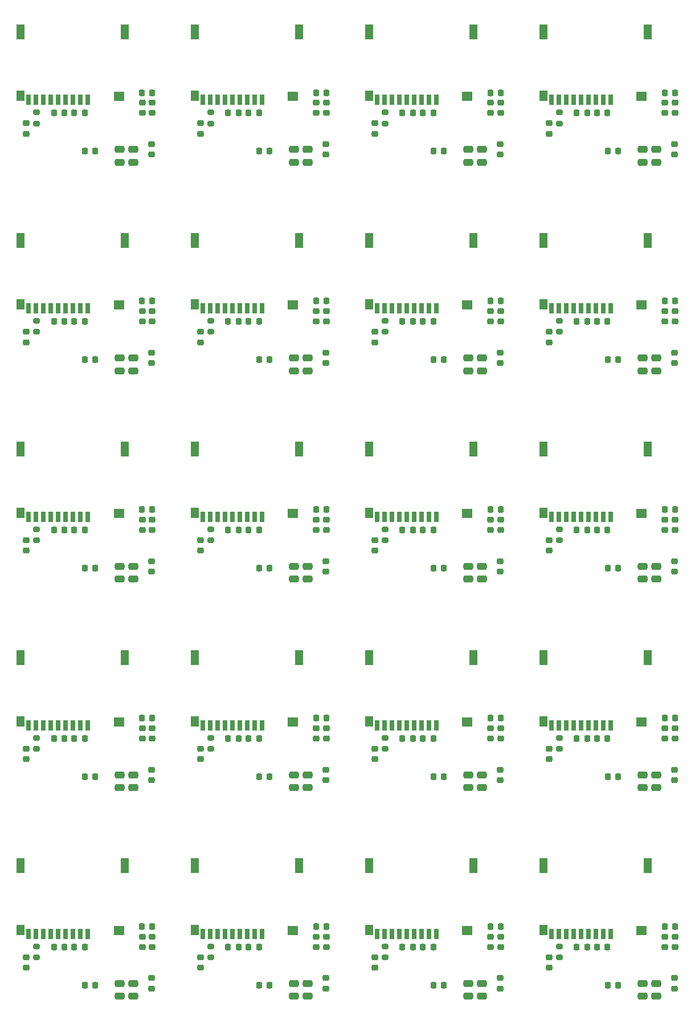
<source format=gbp>
%TF.GenerationSoftware,KiCad,Pcbnew,8.0.8*%
%TF.CreationDate,2025-02-19T11:23:30-07:00*%
%TF.ProjectId,SparkFun_Audio_Player_Breakout_MY1690X-16S_panelized,53706172-6b46-4756-9e5f-417564696f5f,v10*%
%TF.SameCoordinates,Original*%
%TF.FileFunction,Paste,Bot*%
%TF.FilePolarity,Positive*%
%FSLAX46Y46*%
G04 Gerber Fmt 4.6, Leading zero omitted, Abs format (unit mm)*
G04 Created by KiCad (PCBNEW 8.0.8) date 2025-02-19 11:23:30*
%MOMM*%
%LPD*%
G01*
G04 APERTURE LIST*
G04 Aperture macros list*
%AMRoundRect*
0 Rectangle with rounded corners*
0 $1 Rounding radius*
0 $2 $3 $4 $5 $6 $7 $8 $9 X,Y pos of 4 corners*
0 Add a 4 corners polygon primitive as box body*
4,1,4,$2,$3,$4,$5,$6,$7,$8,$9,$2,$3,0*
0 Add four circle primitives for the rounded corners*
1,1,$1+$1,$2,$3*
1,1,$1+$1,$4,$5*
1,1,$1+$1,$6,$7*
1,1,$1+$1,$8,$9*
0 Add four rect primitives between the rounded corners*
20,1,$1+$1,$2,$3,$4,$5,0*
20,1,$1+$1,$4,$5,$6,$7,0*
20,1,$1+$1,$6,$7,$8,$9,0*
20,1,$1+$1,$8,$9,$2,$3,0*%
G04 Aperture macros list end*
%ADD10RoundRect,0.225000X-0.225000X-0.250000X0.225000X-0.250000X0.225000X0.250000X-0.225000X0.250000X0*%
%ADD11RoundRect,0.225000X0.225000X0.250000X-0.225000X0.250000X-0.225000X-0.250000X0.225000X-0.250000X0*%
%ADD12RoundRect,0.200000X-0.275000X0.200000X-0.275000X-0.200000X0.275000X-0.200000X0.275000X0.200000X0*%
%ADD13R,0.700000X1.600000*%
%ADD14R,1.200000X1.600000*%
%ADD15R,1.200000X2.200000*%
%ADD16R,1.600000X1.400000*%
%ADD17RoundRect,0.225000X-0.250000X0.225000X-0.250000X-0.225000X0.250000X-0.225000X0.250000X0.225000X0*%
%ADD18RoundRect,0.250000X0.475000X-0.250000X0.475000X0.250000X-0.475000X0.250000X-0.475000X-0.250000X0*%
%ADD19RoundRect,0.225000X0.250000X-0.225000X0.250000X0.225000X-0.250000X0.225000X-0.250000X-0.225000X0*%
G04 APERTURE END LIST*
D10*
%TO.C,C2*%
X90637000Y132521000D03*
X92187000Y132521000D03*
%TD*%
%TO.C,C2*%
X90637000Y101541000D03*
X92187000Y101541000D03*
%TD*%
%TO.C,C2*%
X90637000Y70561000D03*
X92187000Y70561000D03*
%TD*%
%TO.C,C2*%
X90637000Y39581000D03*
X92187000Y39581000D03*
%TD*%
%TO.C,C2*%
X90637000Y8601000D03*
X92187000Y8601000D03*
%TD*%
%TO.C,C2*%
X64737000Y132521000D03*
X66287000Y132521000D03*
%TD*%
%TO.C,C2*%
X64737000Y101541000D03*
X66287000Y101541000D03*
%TD*%
%TO.C,C2*%
X64737000Y70561000D03*
X66287000Y70561000D03*
%TD*%
%TO.C,C2*%
X64737000Y39581000D03*
X66287000Y39581000D03*
%TD*%
%TO.C,C2*%
X64737000Y8601000D03*
X66287000Y8601000D03*
%TD*%
%TO.C,C2*%
X38837000Y132521000D03*
X40387000Y132521000D03*
%TD*%
%TO.C,C2*%
X38837000Y101541000D03*
X40387000Y101541000D03*
%TD*%
%TO.C,C2*%
X38837000Y70561000D03*
X40387000Y70561000D03*
%TD*%
%TO.C,C2*%
X38837000Y39581000D03*
X40387000Y39581000D03*
%TD*%
%TO.C,C2*%
X38837000Y8601000D03*
X40387000Y8601000D03*
%TD*%
%TO.C,C2*%
X12937000Y132521000D03*
X14487000Y132521000D03*
%TD*%
%TO.C,C2*%
X12937000Y101541000D03*
X14487000Y101541000D03*
%TD*%
%TO.C,C2*%
X12937000Y70561000D03*
X14487000Y70561000D03*
%TD*%
%TO.C,C2*%
X12937000Y39581000D03*
X14487000Y39581000D03*
%TD*%
D11*
%TO.C,C3*%
X89148000Y132547000D03*
X87598000Y132547000D03*
%TD*%
%TO.C,C3*%
X89148000Y101567000D03*
X87598000Y101567000D03*
%TD*%
%TO.C,C3*%
X89148000Y70587000D03*
X87598000Y70587000D03*
%TD*%
%TO.C,C3*%
X89148000Y39607000D03*
X87598000Y39607000D03*
%TD*%
%TO.C,C3*%
X89148000Y8627000D03*
X87598000Y8627000D03*
%TD*%
%TO.C,C3*%
X63248000Y132547000D03*
X61698000Y132547000D03*
%TD*%
%TO.C,C3*%
X63248000Y101567000D03*
X61698000Y101567000D03*
%TD*%
%TO.C,C3*%
X63248000Y70587000D03*
X61698000Y70587000D03*
%TD*%
%TO.C,C3*%
X63248000Y39607000D03*
X61698000Y39607000D03*
%TD*%
%TO.C,C3*%
X63248000Y8627000D03*
X61698000Y8627000D03*
%TD*%
%TO.C,C3*%
X37348000Y132547000D03*
X35798000Y132547000D03*
%TD*%
%TO.C,C3*%
X37348000Y101567000D03*
X35798000Y101567000D03*
%TD*%
%TO.C,C3*%
X37348000Y70587000D03*
X35798000Y70587000D03*
%TD*%
%TO.C,C3*%
X37348000Y39607000D03*
X35798000Y39607000D03*
%TD*%
%TO.C,C3*%
X37348000Y8627000D03*
X35798000Y8627000D03*
%TD*%
%TO.C,C3*%
X11448000Y132547000D03*
X9898000Y132547000D03*
%TD*%
%TO.C,C3*%
X11448000Y101567000D03*
X9898000Y101567000D03*
%TD*%
%TO.C,C3*%
X11448000Y70587000D03*
X9898000Y70587000D03*
%TD*%
%TO.C,C3*%
X11448000Y39607000D03*
X9898000Y39607000D03*
%TD*%
%TO.C,C1*%
X93750000Y126850000D03*
X92200000Y126850000D03*
%TD*%
%TO.C,C1*%
X93750000Y95870000D03*
X92200000Y95870000D03*
%TD*%
%TO.C,C1*%
X93750000Y64890000D03*
X92200000Y64890000D03*
%TD*%
%TO.C,C1*%
X93750000Y33910000D03*
X92200000Y33910000D03*
%TD*%
%TO.C,C1*%
X93750000Y2930000D03*
X92200000Y2930000D03*
%TD*%
%TO.C,C1*%
X67850000Y126850000D03*
X66300000Y126850000D03*
%TD*%
%TO.C,C1*%
X67850000Y95870000D03*
X66300000Y95870000D03*
%TD*%
%TO.C,C1*%
X67850000Y64890000D03*
X66300000Y64890000D03*
%TD*%
%TO.C,C1*%
X67850000Y33910000D03*
X66300000Y33910000D03*
%TD*%
%TO.C,C1*%
X67850000Y2930000D03*
X66300000Y2930000D03*
%TD*%
%TO.C,C1*%
X41950000Y126850000D03*
X40400000Y126850000D03*
%TD*%
%TO.C,C1*%
X41950000Y95870000D03*
X40400000Y95870000D03*
%TD*%
%TO.C,C1*%
X41950000Y64890000D03*
X40400000Y64890000D03*
%TD*%
%TO.C,C1*%
X41950000Y33910000D03*
X40400000Y33910000D03*
%TD*%
%TO.C,C1*%
X41950000Y2930000D03*
X40400000Y2930000D03*
%TD*%
%TO.C,C1*%
X16050000Y126850000D03*
X14500000Y126850000D03*
%TD*%
%TO.C,C1*%
X16050000Y95870000D03*
X14500000Y95870000D03*
%TD*%
%TO.C,C1*%
X16050000Y64890000D03*
X14500000Y64890000D03*
%TD*%
%TO.C,C1*%
X16050000Y33910000D03*
X14500000Y33910000D03*
%TD*%
D12*
%TO.C,R6*%
X84998000Y132639000D03*
X84998000Y130989000D03*
%TD*%
%TO.C,R6*%
X84998000Y101659000D03*
X84998000Y100009000D03*
%TD*%
%TO.C,R6*%
X84998000Y70679000D03*
X84998000Y69029000D03*
%TD*%
%TO.C,R6*%
X84998000Y39699000D03*
X84998000Y38049000D03*
%TD*%
%TO.C,R6*%
X84998000Y8719000D03*
X84998000Y7069000D03*
%TD*%
%TO.C,R6*%
X59098000Y132639000D03*
X59098000Y130989000D03*
%TD*%
%TO.C,R6*%
X59098000Y101659000D03*
X59098000Y100009000D03*
%TD*%
%TO.C,R6*%
X59098000Y70679000D03*
X59098000Y69029000D03*
%TD*%
%TO.C,R6*%
X59098000Y39699000D03*
X59098000Y38049000D03*
%TD*%
%TO.C,R6*%
X59098000Y8719000D03*
X59098000Y7069000D03*
%TD*%
%TO.C,R6*%
X33198000Y132639000D03*
X33198000Y130989000D03*
%TD*%
%TO.C,R6*%
X33198000Y101659000D03*
X33198000Y100009000D03*
%TD*%
%TO.C,R6*%
X33198000Y70679000D03*
X33198000Y69029000D03*
%TD*%
%TO.C,R6*%
X33198000Y39699000D03*
X33198000Y38049000D03*
%TD*%
%TO.C,R6*%
X33198000Y8719000D03*
X33198000Y7069000D03*
%TD*%
%TO.C,R6*%
X7298000Y132639000D03*
X7298000Y130989000D03*
%TD*%
%TO.C,R6*%
X7298000Y101659000D03*
X7298000Y100009000D03*
%TD*%
%TO.C,R6*%
X7298000Y70679000D03*
X7298000Y69029000D03*
%TD*%
%TO.C,R6*%
X7298000Y39699000D03*
X7298000Y38049000D03*
%TD*%
D13*
%TO.C,J6*%
X92650000Y134502000D03*
X91550000Y134502000D03*
X90450000Y134502000D03*
X89350000Y134502000D03*
X88250000Y134502000D03*
X87150000Y134502000D03*
X86050000Y134502000D03*
X84950000Y134502000D03*
X83850000Y134502000D03*
D14*
X82650000Y135102000D03*
D15*
X82650000Y144602000D03*
X98150000Y144602000D03*
D16*
X97250000Y135002000D03*
%TD*%
D13*
%TO.C,J6*%
X92650000Y103522000D03*
X91550000Y103522000D03*
X90450000Y103522000D03*
X89350000Y103522000D03*
X88250000Y103522000D03*
X87150000Y103522000D03*
X86050000Y103522000D03*
X84950000Y103522000D03*
X83850000Y103522000D03*
D14*
X82650000Y104122000D03*
D15*
X82650000Y113622000D03*
X98150000Y113622000D03*
D16*
X97250000Y104022000D03*
%TD*%
D13*
%TO.C,J6*%
X92650000Y72542000D03*
X91550000Y72542000D03*
X90450000Y72542000D03*
X89350000Y72542000D03*
X88250000Y72542000D03*
X87150000Y72542000D03*
X86050000Y72542000D03*
X84950000Y72542000D03*
X83850000Y72542000D03*
D14*
X82650000Y73142000D03*
D15*
X82650000Y82642000D03*
X98150000Y82642000D03*
D16*
X97250000Y73042000D03*
%TD*%
D13*
%TO.C,J6*%
X92650000Y41562000D03*
X91550000Y41562000D03*
X90450000Y41562000D03*
X89350000Y41562000D03*
X88250000Y41562000D03*
X87150000Y41562000D03*
X86050000Y41562000D03*
X84950000Y41562000D03*
X83850000Y41562000D03*
D14*
X82650000Y42162000D03*
D15*
X82650000Y51662000D03*
X98150000Y51662000D03*
D16*
X97250000Y42062000D03*
%TD*%
D13*
%TO.C,J6*%
X92650000Y10582000D03*
X91550000Y10582000D03*
X90450000Y10582000D03*
X89350000Y10582000D03*
X88250000Y10582000D03*
X87150000Y10582000D03*
X86050000Y10582000D03*
X84950000Y10582000D03*
X83850000Y10582000D03*
D14*
X82650000Y11182000D03*
D15*
X82650000Y20682000D03*
X98150000Y20682000D03*
D16*
X97250000Y11082000D03*
%TD*%
D13*
%TO.C,J6*%
X66750000Y134502000D03*
X65650000Y134502000D03*
X64550000Y134502000D03*
X63450000Y134502000D03*
X62350000Y134502000D03*
X61250000Y134502000D03*
X60150000Y134502000D03*
X59050000Y134502000D03*
X57950000Y134502000D03*
D14*
X56750000Y135102000D03*
D15*
X56750000Y144602000D03*
X72250000Y144602000D03*
D16*
X71350000Y135002000D03*
%TD*%
D13*
%TO.C,J6*%
X66750000Y103522000D03*
X65650000Y103522000D03*
X64550000Y103522000D03*
X63450000Y103522000D03*
X62350000Y103522000D03*
X61250000Y103522000D03*
X60150000Y103522000D03*
X59050000Y103522000D03*
X57950000Y103522000D03*
D14*
X56750000Y104122000D03*
D15*
X56750000Y113622000D03*
X72250000Y113622000D03*
D16*
X71350000Y104022000D03*
%TD*%
D13*
%TO.C,J6*%
X66750000Y72542000D03*
X65650000Y72542000D03*
X64550000Y72542000D03*
X63450000Y72542000D03*
X62350000Y72542000D03*
X61250000Y72542000D03*
X60150000Y72542000D03*
X59050000Y72542000D03*
X57950000Y72542000D03*
D14*
X56750000Y73142000D03*
D15*
X56750000Y82642000D03*
X72250000Y82642000D03*
D16*
X71350000Y73042000D03*
%TD*%
D13*
%TO.C,J6*%
X66750000Y41562000D03*
X65650000Y41562000D03*
X64550000Y41562000D03*
X63450000Y41562000D03*
X62350000Y41562000D03*
X61250000Y41562000D03*
X60150000Y41562000D03*
X59050000Y41562000D03*
X57950000Y41562000D03*
D14*
X56750000Y42162000D03*
D15*
X56750000Y51662000D03*
X72250000Y51662000D03*
D16*
X71350000Y42062000D03*
%TD*%
D13*
%TO.C,J6*%
X66750000Y10582000D03*
X65650000Y10582000D03*
X64550000Y10582000D03*
X63450000Y10582000D03*
X62350000Y10582000D03*
X61250000Y10582000D03*
X60150000Y10582000D03*
X59050000Y10582000D03*
X57950000Y10582000D03*
D14*
X56750000Y11182000D03*
D15*
X56750000Y20682000D03*
X72250000Y20682000D03*
D16*
X71350000Y11082000D03*
%TD*%
D13*
%TO.C,J6*%
X40850000Y134502000D03*
X39750000Y134502000D03*
X38650000Y134502000D03*
X37550000Y134502000D03*
X36450000Y134502000D03*
X35350000Y134502000D03*
X34250000Y134502000D03*
X33150000Y134502000D03*
X32050000Y134502000D03*
D14*
X30850000Y135102000D03*
D15*
X30850000Y144602000D03*
X46350000Y144602000D03*
D16*
X45450000Y135002000D03*
%TD*%
D13*
%TO.C,J6*%
X40850000Y103522000D03*
X39750000Y103522000D03*
X38650000Y103522000D03*
X37550000Y103522000D03*
X36450000Y103522000D03*
X35350000Y103522000D03*
X34250000Y103522000D03*
X33150000Y103522000D03*
X32050000Y103522000D03*
D14*
X30850000Y104122000D03*
D15*
X30850000Y113622000D03*
X46350000Y113622000D03*
D16*
X45450000Y104022000D03*
%TD*%
D13*
%TO.C,J6*%
X40850000Y72542000D03*
X39750000Y72542000D03*
X38650000Y72542000D03*
X37550000Y72542000D03*
X36450000Y72542000D03*
X35350000Y72542000D03*
X34250000Y72542000D03*
X33150000Y72542000D03*
X32050000Y72542000D03*
D14*
X30850000Y73142000D03*
D15*
X30850000Y82642000D03*
X46350000Y82642000D03*
D16*
X45450000Y73042000D03*
%TD*%
D13*
%TO.C,J6*%
X40850000Y41562000D03*
X39750000Y41562000D03*
X38650000Y41562000D03*
X37550000Y41562000D03*
X36450000Y41562000D03*
X35350000Y41562000D03*
X34250000Y41562000D03*
X33150000Y41562000D03*
X32050000Y41562000D03*
D14*
X30850000Y42162000D03*
D15*
X30850000Y51662000D03*
X46350000Y51662000D03*
D16*
X45450000Y42062000D03*
%TD*%
D13*
%TO.C,J6*%
X40850000Y10582000D03*
X39750000Y10582000D03*
X38650000Y10582000D03*
X37550000Y10582000D03*
X36450000Y10582000D03*
X35350000Y10582000D03*
X34250000Y10582000D03*
X33150000Y10582000D03*
X32050000Y10582000D03*
D14*
X30850000Y11182000D03*
D15*
X30850000Y20682000D03*
X46350000Y20682000D03*
D16*
X45450000Y11082000D03*
%TD*%
D13*
%TO.C,J6*%
X14950000Y134502000D03*
X13850000Y134502000D03*
X12750000Y134502000D03*
X11650000Y134502000D03*
X10550000Y134502000D03*
X9450000Y134502000D03*
X8350000Y134502000D03*
X7250000Y134502000D03*
X6150000Y134502000D03*
D14*
X4950000Y135102000D03*
D15*
X4950000Y144602000D03*
X20450000Y144602000D03*
D16*
X19550000Y135002000D03*
%TD*%
D13*
%TO.C,J6*%
X14950000Y103522000D03*
X13850000Y103522000D03*
X12750000Y103522000D03*
X11650000Y103522000D03*
X10550000Y103522000D03*
X9450000Y103522000D03*
X8350000Y103522000D03*
X7250000Y103522000D03*
X6150000Y103522000D03*
D14*
X4950000Y104122000D03*
D15*
X4950000Y113622000D03*
X20450000Y113622000D03*
D16*
X19550000Y104022000D03*
%TD*%
D13*
%TO.C,J6*%
X14950000Y72542000D03*
X13850000Y72542000D03*
X12750000Y72542000D03*
X11650000Y72542000D03*
X10550000Y72542000D03*
X9450000Y72542000D03*
X8350000Y72542000D03*
X7250000Y72542000D03*
X6150000Y72542000D03*
D14*
X4950000Y73142000D03*
D15*
X4950000Y82642000D03*
X20450000Y82642000D03*
D16*
X19550000Y73042000D03*
%TD*%
D13*
%TO.C,J6*%
X14950000Y41562000D03*
X13850000Y41562000D03*
X12750000Y41562000D03*
X11650000Y41562000D03*
X10550000Y41562000D03*
X9450000Y41562000D03*
X8350000Y41562000D03*
X7250000Y41562000D03*
X6150000Y41562000D03*
D14*
X4950000Y42162000D03*
D15*
X4950000Y51662000D03*
X20450000Y51662000D03*
D16*
X19550000Y42062000D03*
%TD*%
D17*
%TO.C,C6*%
X102144000Y127924000D03*
X102144000Y126374000D03*
%TD*%
%TO.C,C6*%
X102144000Y96944000D03*
X102144000Y95394000D03*
%TD*%
%TO.C,C6*%
X102144000Y65964000D03*
X102144000Y64414000D03*
%TD*%
%TO.C,C6*%
X102144000Y34984000D03*
X102144000Y33434000D03*
%TD*%
%TO.C,C6*%
X102144000Y4004000D03*
X102144000Y2454000D03*
%TD*%
%TO.C,C6*%
X76244000Y127924000D03*
X76244000Y126374000D03*
%TD*%
%TO.C,C6*%
X76244000Y96944000D03*
X76244000Y95394000D03*
%TD*%
%TO.C,C6*%
X76244000Y65964000D03*
X76244000Y64414000D03*
%TD*%
%TO.C,C6*%
X76244000Y34984000D03*
X76244000Y33434000D03*
%TD*%
%TO.C,C6*%
X76244000Y4004000D03*
X76244000Y2454000D03*
%TD*%
%TO.C,C6*%
X50344000Y127924000D03*
X50344000Y126374000D03*
%TD*%
%TO.C,C6*%
X50344000Y96944000D03*
X50344000Y95394000D03*
%TD*%
%TO.C,C6*%
X50344000Y65964000D03*
X50344000Y64414000D03*
%TD*%
%TO.C,C6*%
X50344000Y34984000D03*
X50344000Y33434000D03*
%TD*%
%TO.C,C6*%
X50344000Y4004000D03*
X50344000Y2454000D03*
%TD*%
%TO.C,C6*%
X24444000Y127924000D03*
X24444000Y126374000D03*
%TD*%
%TO.C,C6*%
X24444000Y96944000D03*
X24444000Y95394000D03*
%TD*%
%TO.C,C6*%
X24444000Y65964000D03*
X24444000Y64414000D03*
%TD*%
%TO.C,C6*%
X24444000Y34984000D03*
X24444000Y33434000D03*
%TD*%
D18*
%TO.C,C5*%
X97367000Y125224000D03*
X97367000Y127124000D03*
%TD*%
%TO.C,C5*%
X97367000Y94244000D03*
X97367000Y96144000D03*
%TD*%
%TO.C,C5*%
X97367000Y63264000D03*
X97367000Y65164000D03*
%TD*%
%TO.C,C5*%
X97367000Y32284000D03*
X97367000Y34184000D03*
%TD*%
%TO.C,C5*%
X97367000Y1304000D03*
X97367000Y3204000D03*
%TD*%
%TO.C,C5*%
X71467000Y125224000D03*
X71467000Y127124000D03*
%TD*%
%TO.C,C5*%
X71467000Y94244000D03*
X71467000Y96144000D03*
%TD*%
%TO.C,C5*%
X71467000Y63264000D03*
X71467000Y65164000D03*
%TD*%
%TO.C,C5*%
X71467000Y32284000D03*
X71467000Y34184000D03*
%TD*%
%TO.C,C5*%
X71467000Y1304000D03*
X71467000Y3204000D03*
%TD*%
%TO.C,C5*%
X45567000Y125224000D03*
X45567000Y127124000D03*
%TD*%
%TO.C,C5*%
X45567000Y94244000D03*
X45567000Y96144000D03*
%TD*%
%TO.C,C5*%
X45567000Y63264000D03*
X45567000Y65164000D03*
%TD*%
%TO.C,C5*%
X45567000Y32284000D03*
X45567000Y34184000D03*
%TD*%
%TO.C,C5*%
X45567000Y1304000D03*
X45567000Y3204000D03*
%TD*%
%TO.C,C5*%
X19667000Y125224000D03*
X19667000Y127124000D03*
%TD*%
%TO.C,C5*%
X19667000Y94244000D03*
X19667000Y96144000D03*
%TD*%
%TO.C,C5*%
X19667000Y63264000D03*
X19667000Y65164000D03*
%TD*%
%TO.C,C5*%
X19667000Y32284000D03*
X19667000Y34184000D03*
%TD*%
D19*
%TO.C,C9*%
X100722000Y132529000D03*
X100722000Y134079000D03*
%TD*%
%TO.C,C9*%
X100722000Y101549000D03*
X100722000Y103099000D03*
%TD*%
%TO.C,C9*%
X100722000Y70569000D03*
X100722000Y72119000D03*
%TD*%
%TO.C,C9*%
X100722000Y39589000D03*
X100722000Y41139000D03*
%TD*%
%TO.C,C9*%
X100722000Y8609000D03*
X100722000Y10159000D03*
%TD*%
%TO.C,C9*%
X74822000Y132529000D03*
X74822000Y134079000D03*
%TD*%
%TO.C,C9*%
X74822000Y101549000D03*
X74822000Y103099000D03*
%TD*%
%TO.C,C9*%
X74822000Y70569000D03*
X74822000Y72119000D03*
%TD*%
%TO.C,C9*%
X74822000Y39589000D03*
X74822000Y41139000D03*
%TD*%
%TO.C,C9*%
X74822000Y8609000D03*
X74822000Y10159000D03*
%TD*%
%TO.C,C9*%
X48922000Y132529000D03*
X48922000Y134079000D03*
%TD*%
%TO.C,C9*%
X48922000Y101549000D03*
X48922000Y103099000D03*
%TD*%
%TO.C,C9*%
X48922000Y70569000D03*
X48922000Y72119000D03*
%TD*%
%TO.C,C9*%
X48922000Y39589000D03*
X48922000Y41139000D03*
%TD*%
%TO.C,C9*%
X48922000Y8609000D03*
X48922000Y10159000D03*
%TD*%
%TO.C,C9*%
X23022000Y132529000D03*
X23022000Y134079000D03*
%TD*%
%TO.C,C9*%
X23022000Y101549000D03*
X23022000Y103099000D03*
%TD*%
%TO.C,C9*%
X23022000Y70569000D03*
X23022000Y72119000D03*
%TD*%
%TO.C,C9*%
X23022000Y39589000D03*
X23022000Y41139000D03*
%TD*%
D18*
%TO.C,C4*%
X99442000Y125224000D03*
X99442000Y127124000D03*
%TD*%
%TO.C,C4*%
X99442000Y94244000D03*
X99442000Y96144000D03*
%TD*%
%TO.C,C4*%
X99442000Y63264000D03*
X99442000Y65164000D03*
%TD*%
%TO.C,C4*%
X99442000Y32284000D03*
X99442000Y34184000D03*
%TD*%
%TO.C,C4*%
X99442000Y1304000D03*
X99442000Y3204000D03*
%TD*%
%TO.C,C4*%
X73542000Y125224000D03*
X73542000Y127124000D03*
%TD*%
%TO.C,C4*%
X73542000Y94244000D03*
X73542000Y96144000D03*
%TD*%
%TO.C,C4*%
X73542000Y63264000D03*
X73542000Y65164000D03*
%TD*%
%TO.C,C4*%
X73542000Y32284000D03*
X73542000Y34184000D03*
%TD*%
%TO.C,C4*%
X73542000Y1304000D03*
X73542000Y3204000D03*
%TD*%
%TO.C,C4*%
X47642000Y125224000D03*
X47642000Y127124000D03*
%TD*%
%TO.C,C4*%
X47642000Y94244000D03*
X47642000Y96144000D03*
%TD*%
%TO.C,C4*%
X47642000Y63264000D03*
X47642000Y65164000D03*
%TD*%
%TO.C,C4*%
X47642000Y32284000D03*
X47642000Y34184000D03*
%TD*%
%TO.C,C4*%
X47642000Y1304000D03*
X47642000Y3204000D03*
%TD*%
%TO.C,C4*%
X21742000Y125224000D03*
X21742000Y127124000D03*
%TD*%
%TO.C,C4*%
X21742000Y94244000D03*
X21742000Y96144000D03*
%TD*%
%TO.C,C4*%
X21742000Y63264000D03*
X21742000Y65164000D03*
%TD*%
%TO.C,C4*%
X21742000Y32284000D03*
X21742000Y34184000D03*
%TD*%
D10*
%TO.C,C7*%
X100688000Y135567000D03*
X102238000Y135567000D03*
%TD*%
%TO.C,C7*%
X100688000Y104587000D03*
X102238000Y104587000D03*
%TD*%
%TO.C,C7*%
X100688000Y73607000D03*
X102238000Y73607000D03*
%TD*%
%TO.C,C7*%
X100688000Y42627000D03*
X102238000Y42627000D03*
%TD*%
%TO.C,C7*%
X100688000Y11647000D03*
X102238000Y11647000D03*
%TD*%
%TO.C,C7*%
X74788000Y135567000D03*
X76338000Y135567000D03*
%TD*%
%TO.C,C7*%
X74788000Y104587000D03*
X76338000Y104587000D03*
%TD*%
%TO.C,C7*%
X74788000Y73607000D03*
X76338000Y73607000D03*
%TD*%
%TO.C,C7*%
X74788000Y42627000D03*
X76338000Y42627000D03*
%TD*%
%TO.C,C7*%
X74788000Y11647000D03*
X76338000Y11647000D03*
%TD*%
%TO.C,C7*%
X48888000Y135567000D03*
X50438000Y135567000D03*
%TD*%
%TO.C,C7*%
X48888000Y104587000D03*
X50438000Y104587000D03*
%TD*%
%TO.C,C7*%
X48888000Y73607000D03*
X50438000Y73607000D03*
%TD*%
%TO.C,C7*%
X48888000Y42627000D03*
X50438000Y42627000D03*
%TD*%
%TO.C,C7*%
X48888000Y11647000D03*
X50438000Y11647000D03*
%TD*%
%TO.C,C7*%
X22988000Y135567000D03*
X24538000Y135567000D03*
%TD*%
%TO.C,C7*%
X22988000Y104587000D03*
X24538000Y104587000D03*
%TD*%
%TO.C,C7*%
X22988000Y73607000D03*
X24538000Y73607000D03*
%TD*%
%TO.C,C7*%
X22988000Y42627000D03*
X24538000Y42627000D03*
%TD*%
D19*
%TO.C,C8*%
X102237000Y132529000D03*
X102237000Y134079000D03*
%TD*%
%TO.C,C8*%
X102237000Y101549000D03*
X102237000Y103099000D03*
%TD*%
%TO.C,C8*%
X102237000Y70569000D03*
X102237000Y72119000D03*
%TD*%
%TO.C,C8*%
X102237000Y39589000D03*
X102237000Y41139000D03*
%TD*%
%TO.C,C8*%
X102237000Y8609000D03*
X102237000Y10159000D03*
%TD*%
%TO.C,C8*%
X76337000Y132529000D03*
X76337000Y134079000D03*
%TD*%
%TO.C,C8*%
X76337000Y101549000D03*
X76337000Y103099000D03*
%TD*%
%TO.C,C8*%
X76337000Y70569000D03*
X76337000Y72119000D03*
%TD*%
%TO.C,C8*%
X76337000Y39589000D03*
X76337000Y41139000D03*
%TD*%
%TO.C,C8*%
X76337000Y8609000D03*
X76337000Y10159000D03*
%TD*%
%TO.C,C8*%
X50437000Y132529000D03*
X50437000Y134079000D03*
%TD*%
%TO.C,C8*%
X50437000Y101549000D03*
X50437000Y103099000D03*
%TD*%
%TO.C,C8*%
X50437000Y70569000D03*
X50437000Y72119000D03*
%TD*%
%TO.C,C8*%
X50437000Y39589000D03*
X50437000Y41139000D03*
%TD*%
%TO.C,C8*%
X50437000Y8609000D03*
X50437000Y10159000D03*
%TD*%
%TO.C,C8*%
X24537000Y132529000D03*
X24537000Y134079000D03*
%TD*%
%TO.C,C8*%
X24537000Y101549000D03*
X24537000Y103099000D03*
%TD*%
%TO.C,C8*%
X24537000Y70569000D03*
X24537000Y72119000D03*
%TD*%
%TO.C,C8*%
X24537000Y39589000D03*
X24537000Y41139000D03*
%TD*%
%TO.C,L1*%
X83506000Y129459000D03*
X83506000Y131009000D03*
%TD*%
%TO.C,L1*%
X83506000Y98479000D03*
X83506000Y100029000D03*
%TD*%
%TO.C,L1*%
X83506000Y67499000D03*
X83506000Y69049000D03*
%TD*%
%TO.C,L1*%
X83506000Y36519000D03*
X83506000Y38069000D03*
%TD*%
%TO.C,L1*%
X83506000Y5539000D03*
X83506000Y7089000D03*
%TD*%
%TO.C,L1*%
X57606000Y129459000D03*
X57606000Y131009000D03*
%TD*%
%TO.C,L1*%
X57606000Y98479000D03*
X57606000Y100029000D03*
%TD*%
%TO.C,L1*%
X57606000Y67499000D03*
X57606000Y69049000D03*
%TD*%
%TO.C,L1*%
X57606000Y36519000D03*
X57606000Y38069000D03*
%TD*%
%TO.C,L1*%
X57606000Y5539000D03*
X57606000Y7089000D03*
%TD*%
%TO.C,L1*%
X31706000Y129459000D03*
X31706000Y131009000D03*
%TD*%
%TO.C,L1*%
X31706000Y98479000D03*
X31706000Y100029000D03*
%TD*%
%TO.C,L1*%
X31706000Y67499000D03*
X31706000Y69049000D03*
%TD*%
%TO.C,L1*%
X31706000Y36519000D03*
X31706000Y38069000D03*
%TD*%
%TO.C,L1*%
X31706000Y5539000D03*
X31706000Y7089000D03*
%TD*%
%TO.C,L1*%
X5806000Y129459000D03*
X5806000Y131009000D03*
%TD*%
%TO.C,L1*%
X5806000Y98479000D03*
X5806000Y100029000D03*
%TD*%
%TO.C,L1*%
X5806000Y67499000D03*
X5806000Y69049000D03*
%TD*%
%TO.C,L1*%
X5806000Y36519000D03*
X5806000Y38069000D03*
%TD*%
%TO.C,L1*%
X5806000Y5539000D03*
X5806000Y7089000D03*
%TD*%
%TO.C,C8*%
X24537000Y8609000D03*
X24537000Y10159000D03*
%TD*%
D10*
%TO.C,C7*%
X22988000Y11647000D03*
X24538000Y11647000D03*
%TD*%
D18*
%TO.C,C4*%
X21742000Y1304000D03*
X21742000Y3204000D03*
%TD*%
D19*
%TO.C,C9*%
X23022000Y8609000D03*
X23022000Y10159000D03*
%TD*%
D18*
%TO.C,C5*%
X19667000Y1304000D03*
X19667000Y3204000D03*
%TD*%
D17*
%TO.C,C6*%
X24444000Y4004000D03*
X24444000Y2454000D03*
%TD*%
D13*
%TO.C,J6*%
X14950000Y10582000D03*
X13850000Y10582000D03*
X12750000Y10582000D03*
X11650000Y10582000D03*
X10550000Y10582000D03*
X9450000Y10582000D03*
X8350000Y10582000D03*
X7250000Y10582000D03*
X6150000Y10582000D03*
D14*
X4950000Y11182000D03*
D15*
X4950000Y20682000D03*
X20450000Y20682000D03*
D16*
X19550000Y11082000D03*
%TD*%
D12*
%TO.C,R6*%
X7298000Y8719000D03*
X7298000Y7069000D03*
%TD*%
D11*
%TO.C,C1*%
X16050000Y2930000D03*
X14500000Y2930000D03*
%TD*%
%TO.C,C3*%
X11448000Y8627000D03*
X9898000Y8627000D03*
%TD*%
D10*
%TO.C,C2*%
X12937000Y8601000D03*
X14487000Y8601000D03*
%TD*%
M02*

</source>
